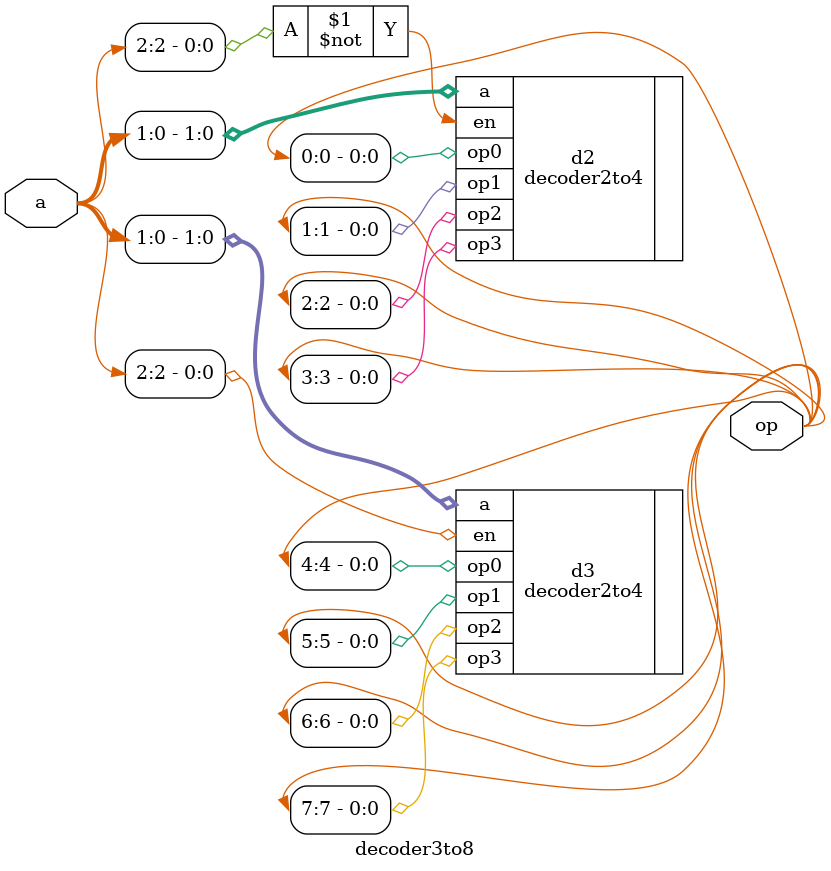
<source format=sv>
module decoder3to8(
    input logic [2:0] a,
    output logic [7:0] op
    );
    
    decoder2to4 d2 (
      .en(~a[2]),
      .a(a[1:0]),
      .op0(op[0]),
      .op1(op[1]),
      .op2(op[2]),
      .op3(op[3])
    );
    
    decoder2to4 d3 (
      .en(a[2]),
      .a(a[1:0]),
      .op0(op[4]),
      .op1(op[5]),
      .op2(op[6]),
      .op3(op[7])
    );
    
endmodule

</source>
